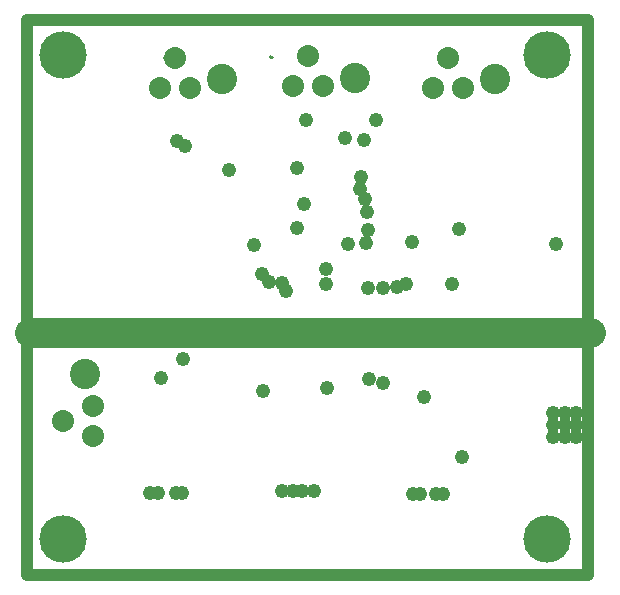
<source format=gbr>
%TF.GenerationSoftware,Altium Limited,Altium Designer,22.10.1 (41)*%
G04 Layer_Physical_Order=2*
G04 Layer_Color=32768*
%FSLAX45Y45*%
%MOMM*%
%TF.SameCoordinates,5B9C486D-D5A6-494F-ABD5-4A95DA49E213*%
%TF.FilePolarity,Negative*%
%TF.FileFunction,Copper,L2,Inr,Plane*%
%TF.Part,Single*%
G01*
G75*
%TA.AperFunction,NonConductor*%
%ADD45C,2.50000*%
%ADD46C,1.01600*%
%ADD47C,0.25400*%
%TA.AperFunction,WasherPad*%
%ADD48C,4.01600*%
%TA.AperFunction,ComponentPad*%
%ADD49C,1.86600*%
%ADD50C,2.56600*%
%TA.AperFunction,ViaPad*%
%ADD51C,1.21600*%
D45*
X20000Y2350000D02*
X4770000D01*
D46*
X0Y300000D02*
Y5000000D01*
X4750000D01*
Y300000D02*
Y5000000D01*
X0Y300000D02*
X4750000D01*
D47*
X2060000Y4684000D02*
X2077000D01*
X2060000D02*
Y4690000D01*
X1160000Y4674000D02*
X1221000D01*
X1160000D02*
Y4680000D01*
D48*
X4400000Y4700000D02*
D03*
X300000Y600000D02*
D03*
X4400000D02*
D03*
X300000Y4700000D02*
D03*
D49*
X3690000Y4420000D02*
D03*
X3563000Y4674000D02*
D03*
X3436000Y4420000D02*
D03*
X560000Y1730000D02*
D03*
X306000Y1603000D02*
D03*
X560000Y1476000D02*
D03*
X2507000Y4436000D02*
D03*
X2380000Y4690000D02*
D03*
X2253000Y4436000D02*
D03*
X1380000Y4420000D02*
D03*
X1253000Y4674000D02*
D03*
X1126000Y4420000D02*
D03*
D50*
X3957000Y4494000D02*
D03*
X486000Y1997000D02*
D03*
X2774000Y4510000D02*
D03*
X1647000Y4494000D02*
D03*
D51*
X3330000Y980000D02*
D03*
X3269993Y979998D02*
D03*
X2160000Y1012500D02*
D03*
X2283254Y3747500D02*
D03*
X3680000Y1294853D02*
D03*
X3362500Y1807500D02*
D03*
X2287877Y3237877D02*
D03*
X2870000Y3110000D02*
D03*
X2712877Y3102877D02*
D03*
X2882123Y3222123D02*
D03*
X2340000Y3440000D02*
D03*
X2850000Y3980000D02*
D03*
X3520000Y980000D02*
D03*
X3460000D02*
D03*
X1110000Y990000D02*
D03*
X1040000D02*
D03*
X1310000D02*
D03*
X2540000Y1880000D02*
D03*
X2890000Y1960000D02*
D03*
X2000000Y1860000D02*
D03*
X1130000Y1970000D02*
D03*
X3010000Y1922500D02*
D03*
X3600000Y2760000D02*
D03*
X4480000Y3100000D02*
D03*
X3260000Y3120000D02*
D03*
X1340000Y3930000D02*
D03*
X1270000Y3970000D02*
D03*
X1710000Y3730000D02*
D03*
X1260000Y990000D02*
D03*
X2430000Y1012500D02*
D03*
X2250000D02*
D03*
X4550000Y1570000D02*
D03*
X2330000Y1012500D02*
D03*
X2530000Y2760000D02*
D03*
X2529768Y2892500D02*
D03*
X2360000Y4150000D02*
D03*
X2189996Y2699995D02*
D03*
X2950000Y4147500D02*
D03*
X3010000Y2730000D02*
D03*
X1320000Y2130000D02*
D03*
X2889625Y2732500D02*
D03*
X3210000Y2760000D02*
D03*
X3130000Y2740000D02*
D03*
X2156973Y2766973D02*
D03*
X1989996Y2849994D02*
D03*
X2690000Y4000000D02*
D03*
X2830000Y3670000D02*
D03*
X2860000Y3480000D02*
D03*
X2820000Y3570000D02*
D03*
X3660000Y3230000D02*
D03*
X1920000Y3090000D02*
D03*
X2050000Y2780000D02*
D03*
X2880000Y3370000D02*
D03*
X4450000Y1470000D02*
D03*
Y1570000D02*
D03*
Y1670000D02*
D03*
X4550000D02*
D03*
Y1470000D02*
D03*
X4650000D02*
D03*
Y1570000D02*
D03*
Y1670000D02*
D03*
%TF.MD5,9db0e8b013171d6774150b0544c123bb*%
M02*

</source>
